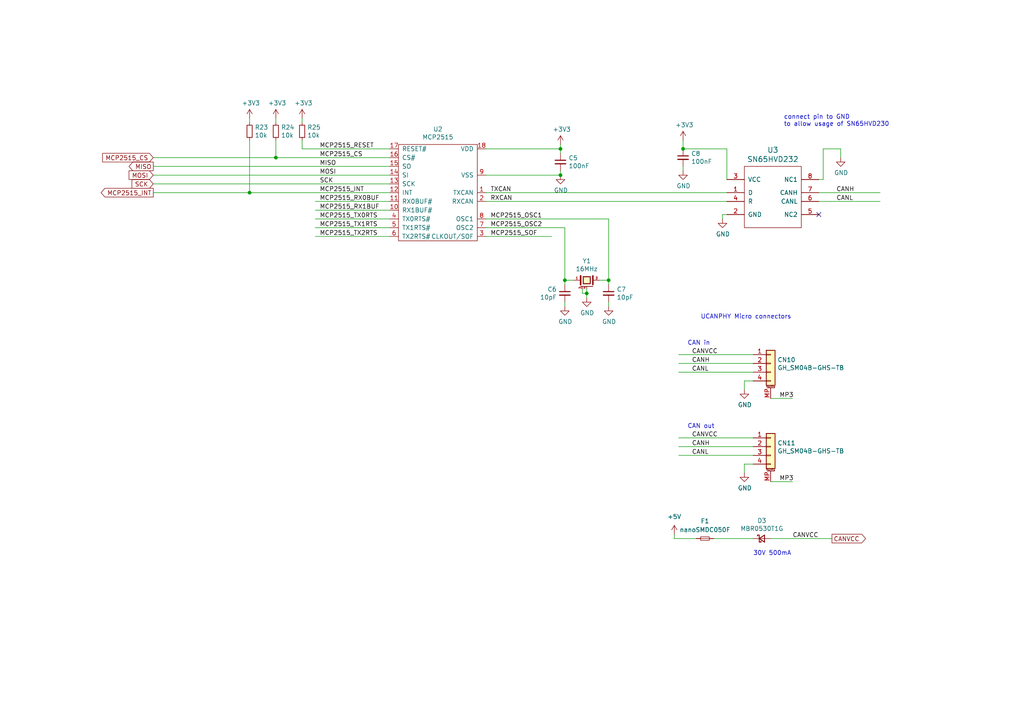
<source format=kicad_sch>
(kicad_sch (version 20211123) (generator eeschema)
  (paper "A4")
  (title_block (title "CyphalServoController12/CAN") (date "2023-09-24") (rev "0.1") (company "generationmake"))
  (lib_symbols
    (symbol "Connector_Generic_MountingPin:Conn_01x04_MountingPin" (pin_names (offset 1.016) hide)
      (property "Reference" "J" (at 0 5.08 0))
      (property "Value" "Conn_01x04_MountingPin" (at 1.27 -7.62 0))
      (symbol "Conn_01x04_MountingPin_1_1"
        (rectangle (start -1.27 -4.953) (end 0 -5.207) (stroke (width 0.1524)))
        (rectangle (start -1.27 -2.413) (end 0 -2.667) (stroke (width 0.1524)))
        (rectangle (start -1.27 0.127) (end 0 -0.127) (stroke (width 0.1524)))
        (rectangle (start -1.27 2.667) (end 0 2.413) (stroke (width 0.1524)))
        (rectangle (start -1.27 3.81) (end 1.27 -6.35) (stroke (width 0.254)) (fill (type background)))
        (polyline (pts (xy -1.016 -7.112) (xy 1.016 -7.112)) (stroke (width 0.1524)))
        (text "Mounting" (at 0 -6.731 0) (effects (font (size 0.381 0.381))))
        (pin passive line (at -5.08 2.54 0) (length 3.81) (name "Pin_1") (number "1"))
        (pin passive line (at -5.08 0 0) (length 3.81) (name "Pin_2") (number "2"))
        (pin passive line (at -5.08 -2.54 0) (length 3.81) (name "Pin_3") (number "3"))
        (pin passive line (at -5.08 -5.08 0) (length 3.81) (name "Pin_4") (number "4"))
        (pin passive line (at 0 -10.16 90) (length 3.048) (name "MountPin") (number "MP"))
      )
    )
    (symbol "Device:C_Small" (pin_numbers hide) (pin_names (offset 0.254) hide)
      (property "Reference" "C" (at 0.254 1.778 0))
      (property "Value" "C_Small" (at 0.254 -2.032 0))
      (symbol "C_Small_0_1"
        (polyline (pts (xy -1.524 -0.508) (xy 1.524 -0.508)) (stroke (width 0.3302)))
        (polyline (pts (xy -1.524 0.508) (xy 1.524 0.508)) (stroke (width 0.3048)))
      )
      (symbol "C_Small_1_1"
        (pin passive line (at 0 2.54 270) (length 2.032) (name "~") (number "1"))
        (pin passive line (at 0 -2.54 90) (length 2.032) (name "~") (number "2"))
      )
    )
    (symbol "Device:D_Schottky_Small" (pin_numbers hide) (pin_names (offset 0.254) hide)
      (property "Reference" "D" (at -1.27 2.032 0))
      (property "Value" "D_Schottky_Small" (at -7.112 -2.032 0))
      (symbol "D_Schottky_Small_0_1"
        (polyline (pts (xy -0.762 0) (xy 0.762 0)))
        (polyline (pts (xy 0.762 -1.016) (xy -0.762 0) (xy 0.762 1.016) (xy 0.762 -1.016)) (stroke (width 0.254)))
        (polyline (pts (xy -1.27 0.762) (xy -1.27 1.016) (xy -0.762 1.016) (xy -0.762 -1.016) (xy -0.254 -1.016) (xy -0.254 -0.762)) (stroke (width 0.254)))
      )
      (symbol "D_Schottky_Small_1_1"
        (pin passive line (at -2.54 0 0) (length 1.778) (name "K") (number "1"))
        (pin passive line (at 2.54 0 180) (length 1.778) (name "A") (number "2"))
      )
    )
    (symbol "Device:Fuse_Small" (pin_numbers hide) (pin_names (offset 0.254) hide)
      (property "Reference" "F" (at 0 -1.524 0))
      (property "Value" "Fuse_Small" (at 0 1.524 0))
      (symbol "Fuse_Small_0_1"
        (rectangle (start -1.27 0.508) (end 1.27 -0.508))
        (polyline (pts (xy -1.27 0) (xy 1.27 0)))
      )
      (symbol "Fuse_Small_1_1"
        (pin passive line (at -2.54 0 0) (length 1.27) (name "~") (number "1"))
        (pin passive line (at 2.54 0 180) (length 1.27) (name "~") (number "2"))
      )
    )
    (symbol "Device:R_Small" (pin_numbers hide) (pin_names (offset 0.254) hide)
      (property "Reference" "R" (at 0.762 0.508 0))
      (property "Value" "R_Small" (at 0.762 -1.016 0))
      (symbol "R_Small_0_1"
        (rectangle (start -0.762 1.778) (end 0.762 -1.778) (stroke (width 0.2032)))
      )
      (symbol "R_Small_1_1"
        (pin passive line (at 0 2.54 270) (length 0.762) (name "~") (number "1"))
        (pin passive line (at 0 -2.54 90) (length 0.762) (name "~") (number "2"))
      )
    )
    (symbol "OpenCyphalPicoBase-rescue:+3.3V-power-supply" (power) (pin_names (offset 0))
      (property "Value" "+3.3V-power-supply" (at 0 3.556 0))
      (symbol "+3.3V-power-supply_0_1"
        (polyline (pts (xy -0.762 1.27) (xy 0 2.54)))
        (polyline (pts (xy 0 0) (xy 0 2.54)))
        (polyline (pts (xy 0 2.54) (xy 0.762 1.27)))
      )
      (symbol "+3.3V-power-supply_1_1"
        (pin power_in line (at 0 0 90) (length 0) hide (name "+3V3") (number "1"))
      )
    )
    (symbol "OpenCyphalPicoBase-rescue:Crystal_SMD_4Pad-devices" (pin_names (offset 1.016) hide)
      (property "Reference" "Y" (at 0 2.286 0))
      (property "Value" "Crystal_SMD_4Pad-devices" (at 2.54 -2.54 0))
      (symbol "Crystal_SMD_4Pad-devices_0_1"
        (polyline (pts (xy -1.778 -1.778) (xy 1.778 -1.778)))
        (polyline (pts (xy -1.778 -1.778) (xy 1.778 -1.778)))
        (polyline (pts (xy -1.778 1.27) (xy -1.778 -1.27)) (stroke (width 0.4064)))
        (polyline (pts (xy -1.778 1.27) (xy -1.778 -1.27)) (stroke (width 0.4064)))
        (polyline (pts (xy 1.778 1.27) (xy 1.778 -1.27)) (stroke (width 0.4064)))
        (polyline (pts (xy -1.016 1.016) (xy 1.016 1.016) (xy 1.016 -1.016) (xy -1.016 -1.016) (xy -1.016 1.016)) (stroke (width 0.3048)) (fill (type background)))
      )
      (symbol "Crystal_SMD_4Pad-devices_1_1"
        (pin passive line (at -3.81 0 0) (length 1.905) (name "1") (number "1"))
        (pin passive line (at -1.27 -2.54 90) (length 0.7112) (name "case") (number "2"))
        (pin passive line (at 3.81 0 180) (length 1.905) (name "3") (number "3"))
        (pin passive line (at 0 -2.54 90) (length 0.7112) (name "case") (number "4"))
      )
    )
    (symbol "OpenCyphalPicoBase-rescue:GND-power-supply" (power) (pin_names (offset 0))
      (property "Value" "GND-power-supply" (at 0 -3.81 0))
      (symbol "GND-power-supply_0_1"
        (polyline (pts (xy 0 0) (xy 0 -1.27) (xy 1.27 -1.27) (xy 0 -2.54) (xy -1.27 -1.27) (xy 0 -1.27)))
      )
      (symbol "GND-power-supply_1_1"
        (pin power_in line (at 0 0 270) (length 0) hide (name "GND") (number "1"))
      )
    )
    (symbol "OpenCyphalPicoBase-rescue:MCP2515-IC_transceiver_can" (pin_names (offset 1.016))
      (property "Reference" "U" (at 0 15.24 0))
      (property "Value" "MCP2515-IC_transceiver_can" (at 0 -15.24 0))
      (symbol "MCP2515-IC_transceiver_can_0_1"
        (rectangle (start -11.43 13.97) (end 11.43 -13.97))
      )
      (symbol "MCP2515-IC_transceiver_can_1_1"
        (pin input line (at 13.97 0 180) (length 2.54) (name "TXCAN") (number "1"))
        (pin input line (at -13.97 -5.08 0) (length 2.54) (name "RX1BUF#") (number "10"))
        (pin input line (at -13.97 -2.54 0) (length 2.54) (name "RX0BUF#") (number "11"))
        (pin input line (at -13.97 0 0) (length 2.54) (name "INT") (number "12"))
        (pin input line (at -13.97 2.54 0) (length 2.54) (name "SCK") (number "13"))
        (pin input line (at -13.97 5.08 0) (length 2.54) (name "SI") (number "14"))
        (pin input line (at -13.97 7.62 0) (length 2.54) (name "SO") (number "15"))
        (pin input line (at -13.97 10.16 0) (length 2.54) (name "CS#") (number "16"))
        (pin input line (at -13.97 12.7 0) (length 2.54) (name "RESET#") (number "17"))
        (pin input line (at 13.97 12.7 180) (length 2.54) (name "VDD") (number "18"))
        (pin input line (at 13.97 -2.54 180) (length 2.54) (name "RXCAN") (number "2"))
        (pin input line (at 13.97 -12.7 180) (length 2.54) (name "CLKOUT/SOF") (number "3"))
        (pin input line (at -13.97 -7.62 0) (length 2.54) (name "TX0RTS#") (number "4"))
        (pin input line (at -13.97 -10.16 0) (length 2.54) (name "TX1RTS#") (number "5"))
        (pin input line (at -13.97 -12.7 0) (length 2.54) (name "TX2RTS#") (number "6"))
        (pin input line (at 13.97 -10.16 180) (length 2.54) (name "OSC2") (number "7"))
        (pin input line (at 13.97 -7.62 180) (length 2.54) (name "OSC1") (number "8"))
        (pin input line (at 13.97 5.08 180) (length 2.54) (name "VSS") (number "9"))
      )
    )
    (symbol "OpenCyphalPicoBase-rescue:SN65HVD232-CAN-transceiver" (pin_names (offset 1.016))
      (property "Reference" "U" (at 12.7 16.51 0))
      (property "Value" "SN65HVD232-CAN-transceiver" (at 12.7 1.27 0))
      (symbol "SN65HVD232-CAN-transceiver_0_1"
        (rectangle (start 5.08 17.78) (end 21.59 0))
      )
      (symbol "SN65HVD232-CAN-transceiver_1_1"
        (pin output line (at 0 10.16 0) (length 5.08) (name "D") (number "1"))
        (pin power_in line (at 0 3.81 0) (length 5.08) (name "GND") (number "2"))
        (pin power_in line (at 0 13.97 0) (length 5.08) (name "VCC") (number "3"))
        (pin input line (at 0 7.62 0) (length 5.08) (name "R") (number "4"))
        (pin bidirectional line (at 26.67 3.81 180) (length 5.08) (name "NC2") (number "5"))
        (pin bidirectional line (at 26.67 7.62 180) (length 5.08) (name "CANL") (number "6"))
        (pin bidirectional line (at 26.67 10.16 180) (length 5.08) (name "CANH") (number "7"))
        (pin bidirectional line (at 26.67 13.97 180) (length 5.08) (name "NC1") (number "8"))
      )
    )
    (symbol "power:+5V" (power) (pin_names (offset 0))
      (property "Value" "+5V" (at 0 3.556 0))
      (symbol "+5V_0_1"
        (polyline (pts (xy -0.762 1.27) (xy 0 2.54)))
        (polyline (pts (xy 0 0) (xy 0 2.54)))
        (polyline (pts (xy 0 2.54) (xy 0.762 1.27)))
      )
      (symbol "+5V_1_1"
        (pin power_in line (at 0 0 90) (length 0) hide (name "+5V") (number "1"))
      )
    )
  )
  (junction (at 170.18 85.09))
  (junction (at 80.01 45.72))
  (junction (at 162.56 43.18))
  (junction (at 198.12 43.18))
  (junction (at 162.56 50.8))
  (junction (at 72.39 55.88))
  (junction (at 163.83 81.28))
  (junction (at 176.53 81.28))
  (no_connect (at 237.49 62.23))
  (wire (pts (xy 72.39 35.56) (xy 72.39 34.29)))
  (wire (pts (xy 218.44 134.62) (xy 215.9 134.62)))
  (wire (pts (xy 196.85 127) (xy 218.44 127)))
  (wire (pts (xy 44.45 45.72) (xy 80.01 45.72)))
  (wire (pts (xy 198.12 49.53) (xy 198.12 48.26)))
  (wire (pts (xy 140.97 63.5) (xy 176.53 63.5)))
  (wire (pts (xy 243.84 43.18) (xy 243.84 45.72)))
  (wire (pts (xy 140.97 50.8) (xy 162.56 50.8)))
  (wire (pts (xy 176.53 63.5) (xy 176.53 81.28)))
  (wire (pts (xy 80.01 40.64) (xy 80.01 45.72)))
  (wire (pts (xy 168.91 83.82) (xy 168.91 85.09)))
  (wire (pts (xy 168.91 85.09) (xy 170.18 85.09)))
  (wire (pts (xy 87.63 43.18) (xy 113.03 43.18)))
  (wire (pts (xy 196.85 129.54) (xy 218.44 129.54)))
  (wire (pts (xy 44.45 50.8) (xy 113.03 50.8)))
  (wire (pts (xy 140.97 43.18) (xy 162.56 43.18)))
  (wire (pts (xy 223.52 115.57) (xy 229.87 115.57)))
  (wire (pts (xy 162.56 50.8) (xy 162.56 49.53)))
  (wire (pts (xy 160.02 68.58) (xy 140.97 68.58)))
  (wire (pts (xy 198.12 43.18) (xy 210.82 43.18)))
  (wire (pts (xy 218.44 110.49) (xy 215.9 110.49)))
  (wire (pts (xy 195.58 156.21) (xy 195.58 154.94)))
  (wire (pts (xy 241.3 156.21) (xy 223.52 156.21)))
  (wire (pts (xy 207.01 156.21) (xy 218.44 156.21)))
  (wire (pts (xy 223.52 139.7) (xy 229.87 139.7)))
  (wire (pts (xy 91.44 58.42) (xy 113.03 58.42)))
  (wire (pts (xy 44.45 53.34) (xy 113.03 53.34)))
  (wire (pts (xy 91.44 68.58) (xy 113.03 68.58)))
  (wire (pts (xy 176.53 81.28) (xy 173.99 81.28)))
  (wire (pts (xy 176.53 87.63) (xy 176.53 88.9)))
  (wire (pts (xy 237.49 52.07) (xy 238.76 52.07)))
  (wire (pts (xy 87.63 35.56) (xy 87.63 34.29)))
  (wire (pts (xy 87.63 43.18) (xy 87.63 40.64)))
  (wire (pts (xy 210.82 62.23) (xy 209.55 62.23)))
  (wire (pts (xy 163.83 82.55) (xy 163.83 81.28)))
  (wire (pts (xy 72.39 55.88) (xy 113.03 55.88)))
  (wire (pts (xy 209.55 62.23) (xy 209.55 63.5)))
  (wire (pts (xy 80.01 45.72) (xy 113.03 45.72)))
  (wire (pts (xy 196.85 132.08) (xy 218.44 132.08)))
  (wire (pts (xy 215.9 110.49) (xy 215.9 113.03)))
  (wire (pts (xy 176.53 82.55) (xy 176.53 81.28)))
  (wire (pts (xy 91.44 66.04) (xy 113.03 66.04)))
  (wire (pts (xy 91.44 60.96) (xy 113.03 60.96)))
  (wire (pts (xy 91.44 63.5) (xy 113.03 63.5)))
  (wire (pts (xy 163.83 87.63) (xy 163.83 88.9)))
  (wire (pts (xy 196.85 105.41) (xy 218.44 105.41)))
  (wire (pts (xy 195.58 156.21) (xy 201.93 156.21)))
  (wire (pts (xy 210.82 43.18) (xy 210.82 52.07)))
  (wire (pts (xy 255.27 58.42) (xy 237.49 58.42)))
  (wire (pts (xy 72.39 40.64) (xy 72.39 55.88)))
  (wire (pts (xy 44.45 48.26) (xy 113.03 48.26)))
  (wire (pts (xy 162.56 44.45) (xy 162.56 43.18)))
  (wire (pts (xy 238.76 43.18) (xy 243.84 43.18)))
  (wire (pts (xy 196.85 107.95) (xy 218.44 107.95)))
  (wire (pts (xy 44.45 55.88) (xy 72.39 55.88)))
  (wire (pts (xy 198.12 40.64) (xy 198.12 43.18)))
  (wire (pts (xy 255.27 55.88) (xy 237.49 55.88)))
  (wire (pts (xy 140.97 66.04) (xy 163.83 66.04)))
  (wire (pts (xy 196.85 102.87) (xy 218.44 102.87)))
  (wire (pts (xy 170.18 83.82) (xy 170.18 85.09)))
  (wire (pts (xy 238.76 52.07) (xy 238.76 43.18)))
  (wire (pts (xy 80.01 35.56) (xy 80.01 34.29)))
  (wire (pts (xy 170.18 85.09) (xy 170.18 86.36)))
  (wire (pts (xy 163.83 81.28) (xy 166.37 81.28)))
  (wire (pts (xy 140.97 58.42) (xy 210.82 58.42)))
  (wire (pts (xy 215.9 134.62) (xy 215.9 137.16)))
  (wire (pts (xy 140.97 55.88) (xy 210.82 55.88)))
  (wire (pts (xy 163.83 66.04) (xy 163.83 81.28)))
  (wire (pts (xy 162.56 43.18) (xy 162.56 41.91)))
  (text "connect pin to GND\nto allow usage of SN65HVD230" (at 227.33 36.83 0) (effects (font (size 1.27 1.27)) (justify left bottom)))
  (text "UCANPHY Micro connectors" (at 203.2 92.71 0) (effects (font (size 1.27 1.27)) (justify left bottom)))
  (text "30V 500mA" (at 218.44 161.29 0) (effects (font (size 1.27 1.27)) (justify left bottom)))
  (text "CAN in" (at 199.39 100.33 0) (effects (font (size 1.27 1.27)) (justify left bottom)))
  (text "CAN out" (at 199.39 124.46 0) (effects (font (size 1.27 1.27)) (justify left bottom)))
  (label "MCP2515_OSC1" (at 142.24 63.5 0))
  (label "CANH" (at 242.57 55.88 0))
  (label "CANVCC" (at 229.87 156.21 0))
  (label "CANVCC" (at 200.66 127 0))
  (label "MCP2515_TX1RTS" (at 92.71 66.04 0))
  (label "MCP2515_OSC2" (at 142.24 66.04 0))
  (label "MCP2515_INT" (at 92.71 55.88 0))
  (label "CANH" (at 200.66 105.41 0))
  (label "MCP2515_TX0RTS" (at 92.71 63.5 0))
  (label "CANL" (at 200.66 107.95 0))
  (label "TXCAN" (at 142.24 55.88 0))
  (label "RXCAN" (at 142.24 58.42 0))
  (label "MCP2515_RX1BUF" (at 92.71 60.96 0))
  (label "CANVCC" (at 200.66 102.87 0))
  (label "CANL" (at 200.66 132.08 0))
  (label "MISO" (at 92.71 48.26 0))
  (label "MCP2515_RX0BUF" (at 92.71 58.42 0))
  (label "SCK" (at 92.71 53.34 0))
  (label "MP3" (at 226.06 115.57 0))
  (label "MCP2515_TX2RTS" (at 92.71 68.58 0))
  (label "MCP2515_SOF" (at 142.24 68.58 0))
  (label "MCP2515_CS" (at 92.71 45.72 0))
  (label "CANH" (at 200.66 129.54 0))
  (label "CANL" (at 242.57 58.42 0))
  (label "MCP2515_RESET" (at 92.71 43.18 0))
  (label "MOSI" (at 92.71 50.8 0))
  (label "MP3" (at 226.06 139.7 0))
  (global_label "SCK" (shape input) (at 44.45 53.34 180) (property "Referenzen zwischen Schaltplänen" "${INTERSHEET_REFS}" (effects hide)))
  (global_label "MOSI" (shape input) (at 44.45 50.8 180) (property "Referenzen zwischen Schaltplänen" "${INTERSHEET_REFS}" (effects hide)))
  (global_label "CANVCC" (shape output) (at 241.3 156.21 0) (property "Referenzen zwischen Schaltplänen" "${INTERSHEET_REFS}" (effects hide)))
  (global_label "MISO" (shape output) (at 44.45 48.26 180) (property "Referenzen zwischen Schaltplänen" "${INTERSHEET_REFS}" (effects hide)))
  (global_label "MCP2515_INT" (shape output) (at 44.45 55.88 180) (property "Referenzen zwischen Schaltplänen" "${INTERSHEET_REFS}" (effects hide)))
  (global_label "MCP2515_CS" (shape input) (at 44.45 45.72 180) (property "Referenzen zwischen Schaltplänen" "${INTERSHEET_REFS}" (effects hide)))
  (symbol (lib_id "OpenCyphalPicoBase-rescue:MCP2515-IC_transceiver_can") (at 127 55.88 0) (unit 1)
    (property "Reference" "U2" (at 127 37.465 0))
    (property "Value" "MCP2515" (at 127 39.7764 0))
    (property "Footprint" "Package_SO:SOIC-18W_7.5x11.6mm_P1.27mm" (effects hide))
  )
  (symbol (lib_id "Device:C_Small") (at 162.56 46.99 0) (unit 1)
    (property "Reference" "C5" (at 164.8968 45.8216 0) (effects (justify left)))
    (property "Value" "100nF" (at 164.8968 48.133 0) (effects (justify left)))
    (property "Footprint" "Capacitor_SMD:C_0603_1608Metric" (effects hide))
  )
  (symbol (lib_id "OpenCyphalPicoBase-rescue:+3.3V-power-supply") (at 162.56 41.91 0) (unit 1)
    (property "Reference" "#PWR052" (effects hide))
    (property "Value" "+3.3V" (at 162.941 37.5158 0))
  )
  (symbol (lib_id "OpenCyphalPicoBase-rescue:GND-power-supply") (at 162.56 50.8 0) (unit 1)
    (property "Reference" "#PWR053" (effects hide))
    (property "Value" "GND" (at 162.687 55.1942 0))
  )
  (symbol (lib_id "OpenCyphalPicoBase-rescue:Crystal_SMD_4Pad-devices") (at 170.18 81.28 0) (unit 1)
    (property "Reference" "Y1" (at 170.18 75.692 0))
    (property "Value" "16MHz" (at 170.18 78.0034 0))
    (property "Footprint" "crystals:Crystal_SMD_3.2x2.5mm_4Pad" (effects hide))
  )
  (symbol (lib_id "OpenCyphalPicoBase-rescue:GND-power-supply") (at 170.18 86.36 0) (unit 1)
    (property "Reference" "#PWR055" (effects hide))
    (property "Value" "GND" (at 170.307 90.7542 0))
  )
  (symbol (lib_id "Device:R_Small") (at 87.63 38.1 0) (unit 1)
    (property "Reference" "R25" (at 89.1286 36.9316 0) (effects (justify left)))
    (property "Value" "10k" (at 89.1286 39.243 0) (effects (justify left)))
    (property "Footprint" "Resistor_SMD:R_0603_1608Metric" (effects hide))
  )
  (symbol (lib_id "OpenCyphalPicoBase-rescue:+3.3V-power-supply") (at 87.63 34.29 0) (unit 1)
    (property "Reference" "#PWR051" (effects hide))
    (property "Value" "+3.3V" (at 88.011 29.8958 0))
  )
  (symbol (lib_id "Device:R_Small") (at 80.01 38.1 0) (unit 1)
    (property "Reference" "R24" (at 81.5086 36.9316 0) (effects (justify left)))
    (property "Value" "10k" (at 81.5086 39.243 0) (effects (justify left)))
    (property "Footprint" "Resistor_SMD:R_0603_1608Metric" (effects hide))
  )
  (symbol (lib_id "OpenCyphalPicoBase-rescue:+3.3V-power-supply") (at 80.01 34.29 0) (unit 1)
    (property "Reference" "#PWR050" (effects hide))
    (property "Value" "+3.3V" (at 80.391 29.8958 0))
  )
  (symbol (lib_id "Device:R_Small") (at 72.39 38.1 0) (unit 1)
    (property "Reference" "R23" (at 73.8886 36.9316 0) (effects (justify left)))
    (property "Value" "10k" (at 73.8886 39.243 0) (effects (justify left)))
    (property "Footprint" "Resistor_SMD:R_0603_1608Metric" (effects hide))
  )
  (symbol (lib_id "OpenCyphalPicoBase-rescue:+3.3V-power-supply") (at 72.39 34.29 0) (unit 1)
    (property "Reference" "#PWR049" (effects hide))
    (property "Value" "+3.3V" (at 72.771 29.8958 0))
  )
  (symbol (lib_id "OpenCyphalPicoBase-rescue:SN65HVD232-CAN-transceiver") (at 210.82 66.04 0) (unit 1)
    (property "Reference" "U3" (at 224.155 43.5102 0) (effects (font (size 1.524 1.524))))
    (property "Value" "SN65HVD232" (at 224.155 46.2026 0) (effects (font (size 1.524 1.524))))
    (property "Footprint" "Package_SO:SOIC-8_3.9x4.9mm_P1.27mm" (effects hide))
  )
  (symbol (lib_id "Device:C_Small") (at 198.12 45.72 0) (unit 1)
    (property "Reference" "C8" (at 200.4568 44.5516 0) (effects (justify left)))
    (property "Value" "100nF" (at 200.4568 46.863 0) (effects (justify left)))
    (property "Footprint" "Capacitor_SMD:C_0603_1608Metric" (effects hide))
  )
  (symbol (lib_id "OpenCyphalPicoBase-rescue:+3.3V-power-supply") (at 198.12 40.64 0) (unit 1)
    (property "Reference" "#PWR058" (effects hide))
    (property "Value" "+3.3V" (at 198.501 36.2458 0))
  )
  (symbol (lib_id "OpenCyphalPicoBase-rescue:GND-power-supply") (at 198.12 49.53 0) (unit 1)
    (property "Reference" "#PWR059" (effects hide))
    (property "Value" "GND" (at 198.247 53.9242 0))
  )
  (symbol (lib_id "OpenCyphalPicoBase-rescue:GND-power-supply") (at 209.55 63.5 0) (unit 1)
    (property "Reference" "#PWR060" (effects hide))
    (property "Value" "GND" (at 209.677 67.8942 0))
  )
  (symbol (lib_id "Connector_Generic_MountingPin:Conn_01x04_MountingPin") (at 223.52 105.41 0) (unit 1)
    (property "Reference" "CN10" (at 225.5012 104.3686 0) (effects (justify left)))
    (property "Value" "GH_SM04B-GHS-TB" (at 225.5012 106.68 0) (effects (justify left)))
    (property "Footprint" "Connector_JST:JST_GH_SM04B-GHS-TB_1x04-1MP_P1.25mm_Horizontal" (effects hide))
  )
  (symbol (lib_id "OpenCyphalPicoBase-rescue:GND-power-supply") (at 215.9 113.03 0) (unit 1)
    (property "Reference" "#PWR061" (effects hide))
    (property "Value" "GND" (at 216.027 117.4242 0))
  )
  (symbol (lib_id "Connector_Generic_MountingPin:Conn_01x04_MountingPin") (at 223.52 129.54 0) (unit 1)
    (property "Reference" "CN11" (at 225.5012 128.4986 0) (effects (justify left)))
    (property "Value" "GH_SM04B-GHS-TB" (at 225.5012 130.81 0) (effects (justify left)))
    (property "Footprint" "Connector_JST:JST_GH_SM04B-GHS-TB_1x04-1MP_P1.25mm_Horizontal" (effects hide))
  )
  (symbol (lib_id "OpenCyphalPicoBase-rescue:GND-power-supply") (at 215.9 137.16 0) (unit 1)
    (property "Reference" "#PWR062" (effects hide))
    (property "Value" "GND" (at 216.027 141.5542 0))
  )
  (symbol (lib_id "Device:D_Schottky_Small") (at 220.98 156.21 0) (unit 1)
    (property "Reference" "D3" (at 220.98 151.003 0))
    (property "Value" "MBR0530T1G" (at 220.98 153.3144 0))
    (property "Footprint" "Diode_SMD:D_SOD-123" (effects hide))
  )
  (symbol (lib_id "Device:C_Small") (at 176.53 85.09 0) (unit 1)
    (property "Reference" "C7" (at 178.8668 83.9216 0) (effects (justify left)))
    (property "Value" "10pF" (at 178.8668 86.233 0) (effects (justify left)))
    (property "Footprint" "Capacitor_SMD:C_0603_1608Metric" (effects hide))
  )
  (symbol (lib_id "Device:C_Small") (at 163.83 85.09 0) (mirror y) (unit 1)
    (property "Reference" "C6" (at 161.4932 83.9216 0) (effects (justify left)))
    (property "Value" "10pF" (at 161.4932 86.233 0) (effects (justify left)))
    (property "Footprint" "Capacitor_SMD:C_0603_1608Metric" (effects hide))
  )
  (symbol (lib_id "OpenCyphalPicoBase-rescue:GND-power-supply") (at 163.83 88.9 0) (unit 1)
    (property "Reference" "#PWR054" (effects hide))
    (property "Value" "GND" (at 163.957 93.2942 0))
  )
  (symbol (lib_id "OpenCyphalPicoBase-rescue:GND-power-supply") (at 176.53 88.9 0) (unit 1)
    (property "Reference" "#PWR056" (effects hide))
    (property "Value" "GND" (at 176.657 93.2942 0))
  )
  (symbol (lib_id "OpenCyphalPicoBase-rescue:GND-power-supply") (at 243.84 45.72 0) (unit 1)
    (property "Reference" "#PWR063" (effects hide))
    (property "Value" "GND" (at 243.967 50.1142 0))
  )
  (symbol (lib_id "power:+5V") (at 195.58 154.94 0) (unit 1)
    (property "Reference" "#PWR057" (effects hide))
    (property "Value" "+5V" (at 195.58 149.86 0))
  )
  (symbol (lib_id "Device:Fuse_Small") (at 204.47 156.21 0) (unit 1)
    (property "Reference" "F1" (at 204.47 151.13 0))
    (property "Value" "nanoSMDC050F" (at 204.47 153.67 0))
    (property "Footprint" "Fuse:Fuse_1206_3216Metric" (effects hide))
  )
)
</source>
